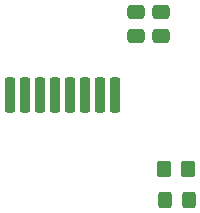
<source format=gbr>
%TF.GenerationSoftware,KiCad,Pcbnew,6.0.5-a6ca702e91~116~ubuntu20.04.1*%
%TF.CreationDate,2022-05-08T08:36:28-05:00*%
%TF.ProjectId,nRF24L01_shield_v001,6e524632-344c-4303-915f-736869656c64,rev?*%
%TF.SameCoordinates,Original*%
%TF.FileFunction,Paste,Top*%
%TF.FilePolarity,Positive*%
%FSLAX46Y46*%
G04 Gerber Fmt 4.6, Leading zero omitted, Abs format (unit mm)*
G04 Created by KiCad (PCBNEW 6.0.5-a6ca702e91~116~ubuntu20.04.1) date 2022-05-08 08:36:28*
%MOMM*%
%LPD*%
G01*
G04 APERTURE LIST*
G04 Aperture macros list*
%AMRoundRect*
0 Rectangle with rounded corners*
0 $1 Rounding radius*
0 $2 $3 $4 $5 $6 $7 $8 $9 X,Y pos of 4 corners*
0 Add a 4 corners polygon primitive as box body*
4,1,4,$2,$3,$4,$5,$6,$7,$8,$9,$2,$3,0*
0 Add four circle primitives for the rounded corners*
1,1,$1+$1,$2,$3*
1,1,$1+$1,$4,$5*
1,1,$1+$1,$6,$7*
1,1,$1+$1,$8,$9*
0 Add four rect primitives between the rounded corners*
20,1,$1+$1,$2,$3,$4,$5,0*
20,1,$1+$1,$4,$5,$6,$7,0*
20,1,$1+$1,$6,$7,$8,$9,0*
20,1,$1+$1,$8,$9,$2,$3,0*%
G04 Aperture macros list end*
%ADD10RoundRect,0.250000X0.475000X-0.337500X0.475000X0.337500X-0.475000X0.337500X-0.475000X-0.337500X0*%
%ADD11RoundRect,0.225000X0.225000X1.275000X-0.225000X1.275000X-0.225000X-1.275000X0.225000X-1.275000X0*%
%ADD12RoundRect,0.250000X0.350000X0.450000X-0.350000X0.450000X-0.350000X-0.450000X0.350000X-0.450000X0*%
%ADD13RoundRect,0.250000X0.325000X0.450000X-0.325000X0.450000X-0.325000X-0.450000X0.325000X-0.450000X0*%
G04 APERTURE END LIST*
D10*
%TO.C,C1*%
X160100000Y-81637500D03*
X160100000Y-79562500D03*
%TD*%
%TO.C,C2*%
X162200000Y-81637500D03*
X162200000Y-79562500D03*
%TD*%
D11*
%TO.C,U2*%
X158345000Y-86600000D03*
X157075000Y-86600000D03*
X155805000Y-86600000D03*
X154535000Y-86600000D03*
X153265000Y-86600000D03*
X151995000Y-86600000D03*
X150725000Y-86600000D03*
X149455000Y-86600000D03*
%TD*%
D12*
%TO.C,R1*%
X164510000Y-92870000D03*
X162510000Y-92870000D03*
%TD*%
D13*
%TO.C,D1*%
X164595000Y-95470000D03*
X162545000Y-95470000D03*
%TD*%
M02*

</source>
